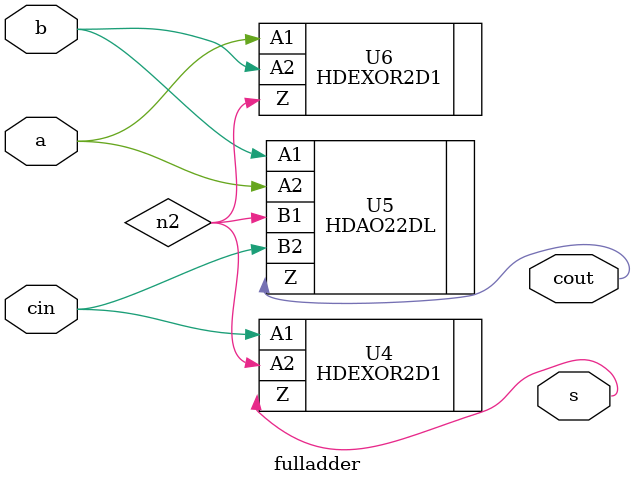
<source format=v>

module fulladder ( a, b, cin, s, cout );
  input a, b, cin;
  output s, cout;
  wire   n2;

  HDEXOR2D1 U4 ( .A1(cin), .A2(n2), .Z(s) );
  HDAO22DL U5 ( .A1(b), .A2(a), .B1(n2), .B2(cin), .Z(cout) );
  HDEXOR2D1 U6 ( .A1(a), .A2(b), .Z(n2) );
endmodule


</source>
